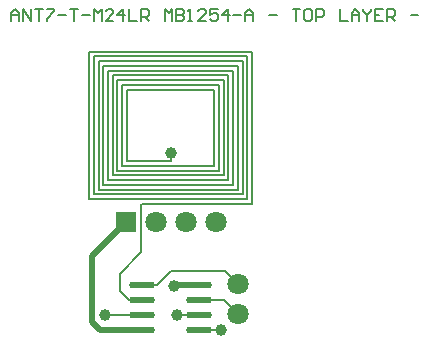
<source format=gtl>
G04 Layer_Physical_Order=1*
G04 Layer_Color=65535*
%FSLAX44Y44*%
%MOMM*%
G71*
G01*
G75*
%ADD10O,2.2000X0.5500*%
%ADD11C,0.5000*%
%ADD12C,0.2000*%
%ADD13C,0.1500*%
%ADD14C,1.8000*%
%ADD15R,1.8000X1.8000*%
%ADD16C,1.0000*%
D10*
X51000Y96250D02*
D03*
Y83550D02*
D03*
Y70850D02*
D03*
Y58150D02*
D03*
X99000Y96250D02*
D03*
Y83550D02*
D03*
Y70850D02*
D03*
Y58150D02*
D03*
D11*
X32500Y145000D02*
X36900D01*
X8500Y121000D02*
X32500Y145000D01*
X8500Y65000D02*
Y121000D01*
X15350Y58150D02*
X51000D01*
X8500Y65000D02*
X15350Y58150D01*
X78250Y96250D02*
X99000D01*
X78000Y96000D02*
X78250Y96250D01*
D12*
X74999Y201280D02*
Y207980D01*
X38000Y262000D02*
X112000D01*
Y197280D02*
Y262000D01*
X34000Y266000D02*
X116000D01*
Y193280D02*
Y266000D01*
X29999Y270000D02*
X119999D01*
Y189280D02*
Y270000D01*
X26000Y274000D02*
X124000D01*
Y185280D02*
Y274000D01*
X22000Y278000D02*
X127970Y277940D01*
X128000Y181280D01*
X18000Y282000D02*
X132000D01*
Y177280D02*
Y282000D01*
X14000Y286000D02*
X136000D01*
Y173280D02*
Y286000D01*
X9999Y290000D02*
X139999D01*
Y169280D02*
Y290000D01*
X6000Y294000D02*
X144000D01*
Y165280D02*
Y294000D01*
X38000Y201300D02*
X74999Y201280D01*
X38000Y201300D02*
Y262000D01*
X34000Y197300D02*
X112000Y197280D01*
X34000Y197300D02*
Y266000D01*
X29999Y193300D02*
X116000Y193280D01*
X29999Y193300D02*
Y270000D01*
X26000Y189300D02*
X119999Y189280D01*
X26000Y189300D02*
Y274000D01*
X22000Y185300D02*
X124000Y185280D01*
X22000Y185300D02*
Y278000D01*
X18000Y181300D02*
X128000Y181280D01*
X18000Y181300D02*
Y282000D01*
X14000Y177300D02*
X132000Y177280D01*
X14000Y177300D02*
Y286000D01*
X9999Y173300D02*
X136000Y173280D01*
X9999Y173300D02*
Y290000D01*
X6000Y169300D02*
X139999Y169280D01*
X6000Y169300D02*
Y294000D01*
X39450Y83550D02*
X51000D01*
X31800Y91200D02*
X39450Y83550D01*
X31800Y91200D02*
Y106200D01*
X49800Y124200D01*
Y164480D01*
X50601Y165280D02*
X144000D01*
X49800Y164480D02*
X50601Y165280D01*
X19300Y70700D02*
X19450Y70850D01*
X51000D01*
Y96250D02*
X63250D01*
X75500Y108500D01*
X120900D01*
X131800Y97600D01*
X99000Y83550D02*
X120450D01*
X131800Y72200D01*
X99000Y58150D02*
X117150D01*
X117500Y58500D01*
X80500Y71000D02*
X80650Y70850D01*
X99000D01*
D13*
X-60000Y320000D02*
Y326665D01*
X-56668Y329997D01*
X-53335Y326665D01*
Y320000D01*
Y324998D01*
X-60000D01*
X-50003Y320000D02*
Y329997D01*
X-43339Y320000D01*
Y329997D01*
X-40006D02*
X-33342D01*
X-36674D01*
Y320000D01*
X-30010Y329997D02*
X-23345D01*
Y328331D01*
X-30010Y321666D01*
Y320000D01*
X-20013Y324998D02*
X-13348D01*
X-10016Y329997D02*
X-3352D01*
X-6684D01*
Y320000D01*
X-19Y324998D02*
X6645D01*
X9977Y320000D02*
Y329997D01*
X13310Y326665D01*
X16642Y329997D01*
Y320000D01*
X26639D02*
X19974D01*
X26639Y326665D01*
Y328331D01*
X24973Y329997D01*
X21640D01*
X19974Y328331D01*
X34969Y320000D02*
Y329997D01*
X29971Y324998D01*
X36635D01*
X39968Y329997D02*
Y320000D01*
X46632D01*
X49965D02*
Y329997D01*
X54963D01*
X56629Y328331D01*
Y324998D01*
X54963Y323332D01*
X49965D01*
X53297D02*
X56629Y320000D01*
X69958D02*
Y329997D01*
X73290Y326665D01*
X76623Y329997D01*
Y320000D01*
X79955Y329997D02*
Y320000D01*
X84953D01*
X86619Y321666D01*
Y323332D01*
X84953Y324998D01*
X79955D01*
X84953D01*
X86619Y326665D01*
Y328331D01*
X84953Y329997D01*
X79955D01*
X89952Y320000D02*
X93284D01*
X91618D01*
Y329997D01*
X89952Y328331D01*
X104947Y320000D02*
X98282D01*
X104947Y326665D01*
Y328331D01*
X103281Y329997D01*
X99949D01*
X98282Y328331D01*
X114944Y329997D02*
X108279D01*
Y324998D01*
X111611Y326665D01*
X113278D01*
X114944Y324998D01*
Y321666D01*
X113278Y320000D01*
X109945D01*
X108279Y321666D01*
X123274Y320000D02*
Y329997D01*
X118276Y324998D01*
X124940D01*
X128273D02*
X134937D01*
X138269Y320000D02*
Y326665D01*
X141602Y329997D01*
X144934Y326665D01*
Y320000D01*
Y324998D01*
X138269D01*
X158263D02*
X164928D01*
X178257Y329997D02*
X184921D01*
X181589D01*
Y320000D01*
X193252Y329997D02*
X189919D01*
X188253Y328331D01*
Y321666D01*
X189919Y320000D01*
X193252D01*
X194918Y321666D01*
Y328331D01*
X193252Y329997D01*
X198250Y320000D02*
Y329997D01*
X203249D01*
X204915Y328331D01*
Y324998D01*
X203249Y323332D01*
X198250D01*
X218244Y329997D02*
Y320000D01*
X224908D01*
X228241D02*
Y326665D01*
X231573Y329997D01*
X234905Y326665D01*
Y320000D01*
Y324998D01*
X228241D01*
X238237Y329997D02*
Y328331D01*
X241569Y324998D01*
X244902Y328331D01*
Y329997D01*
X241569Y324998D02*
Y320000D01*
X254898Y329997D02*
X248234D01*
Y320000D01*
X254898D01*
X248234Y324998D02*
X251566D01*
X258231Y320000D02*
Y329997D01*
X263229D01*
X264895Y328331D01*
Y324998D01*
X263229Y323332D01*
X258231D01*
X261563D02*
X264895Y320000D01*
X278224Y324998D02*
X284889D01*
D14*
X131800Y97600D02*
D03*
Y72200D02*
D03*
X113100Y150000D02*
D03*
X87700D02*
D03*
X62300D02*
D03*
D15*
X36900D02*
D03*
D16*
X75000Y207980D02*
D03*
X19300Y70700D02*
D03*
X78000Y96000D02*
D03*
X117500Y58500D02*
D03*
X80500Y71000D02*
D03*
M02*

</source>
